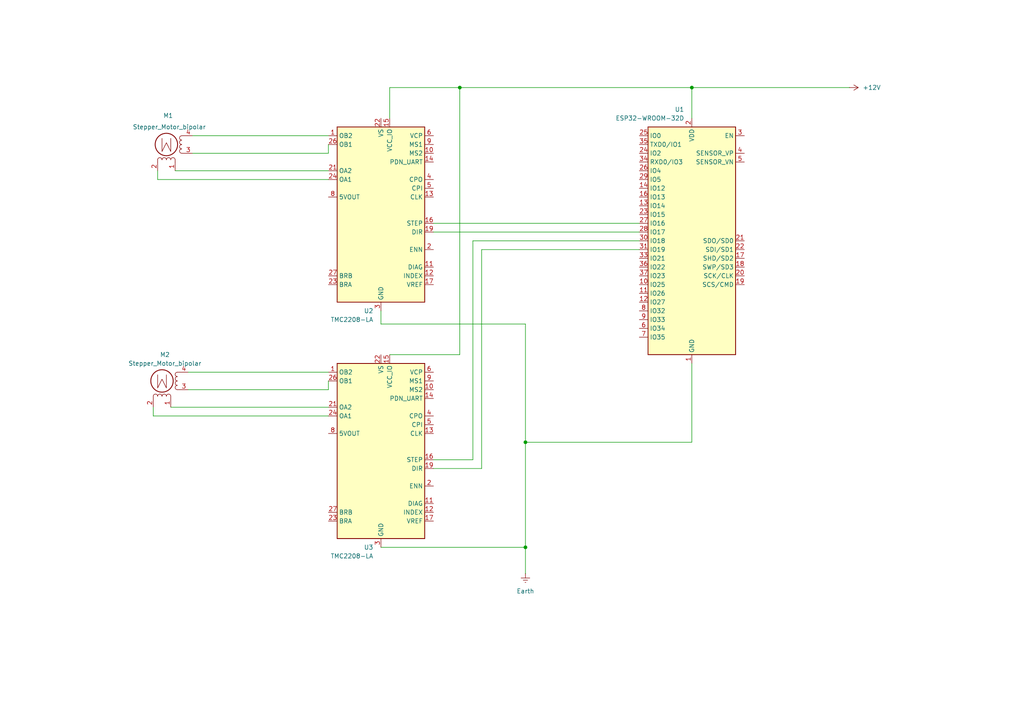
<source format=kicad_sch>
(kicad_sch (version 20231120) (generator "eeschema") (generator_version "8.0")
  (paper "A4")
  (lib_symbols
    (symbol "Driver_Motor:TMC2208-LA"
      (property "Reference" "U" (at -12.7 -26.67 0))
      (property "Value" "TMC2208-LA" (at 7.62 -26.67 0))
      (symbol "TMC2208-LA_1_1"
        (rectangle (start -12.7 25.4) (end 12.7 -25.4) (stroke (width 0.254)) (fill (type background)))
        (pin output line (at 15.24 22.86 180) (length 2.54) (name "OB2") (number "1"))
        (pin input line (at -15.24 17.78 0) (length 2.54) (name "MS2") (number "10"))
        (pin output line (at -15.24 -15.24 0) (length 2.54) (name "DIAG") (number "11"))
        (pin output line (at -15.24 -17.78 0) (length 2.54) (name "INDEX") (number "12"))
        (pin input line (at -15.24 5.08 0) (length 2.54) (name "CLK") (number "13"))
        (pin bidirectional line (at -15.24 15.24 0) (length 2.54) (name "PDN_UART") (number "14"))
        (pin power_in line (at -2.54 27.94 270) (length 2.54) (name "VCC_IO") (number "15"))
        (pin input line (at -15.24 -2.54 0) (length 2.54) (name "STEP") (number "16"))
        (pin input line (at -15.24 -20.32 0) (length 2.54) (name "VREF") (number "17"))
        (pin passive line (at 0 -27.94 90) (length 2.54) hide (name "GND") (number "18"))
        (pin input line (at -15.24 -5.08 0) (length 2.54) (name "DIR") (number "19"))
        (pin input line (at -15.24 -10.16 0) (length 2.54) (name "ENN") (number "2"))
        (pin no_connect line (at 12.7 -2.54 180) (length 2.54) hide (name "NC") (number "20"))
        (pin output line (at 15.24 12.7 180) (length 2.54) (name "OA2") (number "21"))
        (pin power_in line (at 0 27.94 270) (length 2.54) (name "VS") (number "22"))
        (pin passive line (at 15.24 -20.32 180) (length 2.54) (name "BRA") (number "23"))
        (pin output line (at 15.24 10.16 180) (length 2.54) (name "OA1") (number "24"))
        (pin no_connect line (at 12.7 0 180) (length 2.54) hide (name "NC") (number "25"))
        (pin output line (at 15.24 20.32 180) (length 2.54) (name "OB1") (number "26"))
        (pin passive line (at 15.24 -17.78 180) (length 2.54) (name "BRB") (number "27"))
        (pin passive line (at 0 27.94 270) (length 2.54) hide (name "VS") (number "28"))
        (pin power_in line (at 0 -27.94 90) (length 2.54) (name "GND") (number "3"))
        (pin passive line (at -15.24 10.16 0) (length 2.54) (name "CPO") (number "4"))
        (pin passive line (at -15.24 7.62 0) (length 2.54) (name "CPI") (number "5"))
        (pin passive line (at -15.24 22.86 0) (length 2.54) (name "VCP") (number "6"))
        (pin no_connect line (at 12.7 -5.08 180) (length 2.54) hide (name "NC") (number "7"))
        (pin power_out line (at 15.24 5.08 180) (length 2.54) (name "5VOUT") (number "8"))
        (pin input line (at -15.24 20.32 0) (length 2.54) (name "MS1") (number "9"))
      )
    )
    (symbol "Motor:Stepper_Motor_bipolar" (pin_names (offset 0) hide)
      (property "Reference" "M" (at 3.81 2.54 0))
      (property "Value" "Stepper_Motor_bipolar" (at 3.81 1.27 0))
      (symbol "Stepper_Motor_bipolar_0_0"
        (polyline (pts (xy -1.27 -1.778) (xy -1.27 2.032) (xy 0 -0.508) (xy 1.27 2.032) (xy 1.27 -1.778)))
      )
      (symbol "Stepper_Motor_bipolar_0_1"
        (arc (start -4.445 -2.54) (mid -3.8127 -1.905) (end -4.445 -1.27))
        (arc (start -4.445 -1.27) (mid -3.8127 -0.635) (end -4.445 0))
        (arc (start -4.445 0) (mid -3.8127 0.635) (end -4.445 1.27))
        (arc (start -4.445 1.27) (mid -3.8127 1.905) (end -4.445 2.54))
        (arc (start -2.54 4.445) (mid -1.905 3.8127) (end -1.27 4.445))
        (arc (start -1.27 4.445) (mid -0.635 3.8127) (end 0 4.445))
        (polyline (pts (xy -5.08 -2.54) (xy -4.445 -2.54)))
        (polyline (pts (xy -5.08 2.54) (xy -4.445 2.54)))
        (polyline (pts (xy -2.54 5.08) (xy -2.54 4.445)))
        (polyline (pts (xy 2.54 5.08) (xy 2.54 4.445)))
        (circle (center 0 0) (radius 3.2512) (stroke (width 0.254)))
        (arc (start 0 4.445) (mid 0.635 3.8127) (end 1.27 4.445))
        (arc (start 1.27 4.445) (mid 1.905 3.8127) (end 2.54 4.445))
      )
      (symbol "Stepper_Motor_bipolar_1_1"
        (pin passive line (at -2.54 7.62 270) (length 2.54) (name "~") (number "1"))
        (pin passive line (at 2.54 7.62 270) (length 2.54) (name "-") (number "2"))
        (pin passive line (at -7.62 2.54 0) (length 2.54) (name "~") (number "3"))
        (pin passive line (at -7.62 -2.54 0) (length 2.54) (name "~") (number "4"))
      )
    )
    (symbol "RF_Module:ESP32-WROOM-32D"
      (property "Reference" "U" (at -12.7 34.29 0))
      (property "Value" "ESP32-WROOM-32D" (at 1.27 34.29 0))
      (symbol "ESP32-WROOM-32D_0_1"
        (rectangle (start -12.7 33.02) (end 12.7 -33.02) (stroke (width 0.254)) (fill (type background)))
      )
      (symbol "ESP32-WROOM-32D_1_1"
        (pin power_in line (at 0 -35.56 90) (length 2.54) (name "GND") (number "1"))
        (pin bidirectional line (at 15.24 -12.7 180) (length 2.54) (name "IO25") (number "10"))
        (pin bidirectional line (at 15.24 -15.24 180) (length 2.54) (name "IO26") (number "11"))
        (pin bidirectional line (at 15.24 -17.78 180) (length 2.54) (name "IO27") (number "12"))
        (pin bidirectional line (at 15.24 10.16 180) (length 2.54) (name "IO14") (number "13"))
        (pin bidirectional line (at 15.24 15.24 180) (length 2.54) (name "IO12") (number "14"))
        (pin passive line (at 0 -35.56 90) (length 2.54) hide (name "GND") (number "15"))
        (pin bidirectional line (at 15.24 12.7 180) (length 2.54) (name "IO13") (number "16"))
        (pin bidirectional line (at -15.24 -5.08 0) (length 2.54) (name "SHD/SD2") (number "17"))
        (pin bidirectional line (at -15.24 -7.62 0) (length 2.54) (name "SWP/SD3") (number "18"))
        (pin bidirectional line (at -15.24 -12.7 0) (length 2.54) (name "SCS/CMD") (number "19"))
        (pin power_in line (at 0 35.56 270) (length 2.54) (name "VDD") (number "2"))
        (pin bidirectional line (at -15.24 -10.16 0) (length 2.54) (name "SCK/CLK") (number "20"))
        (pin bidirectional line (at -15.24 0 0) (length 2.54) (name "SDO/SD0") (number "21"))
        (pin bidirectional line (at -15.24 -2.54 0) (length 2.54) (name "SDI/SD1") (number "22"))
        (pin bidirectional line (at 15.24 7.62 180) (length 2.54) (name "IO15") (number "23"))
        (pin bidirectional line (at 15.24 25.4 180) (length 2.54) (name "IO2") (number "24"))
        (pin bidirectional line (at 15.24 30.48 180) (length 2.54) (name "IO0") (number "25"))
        (pin bidirectional line (at 15.24 20.32 180) (length 2.54) (name "IO4") (number "26"))
        (pin bidirectional line (at 15.24 5.08 180) (length 2.54) (name "IO16") (number "27"))
        (pin bidirectional line (at 15.24 2.54 180) (length 2.54) (name "IO17") (number "28"))
        (pin bidirectional line (at 15.24 17.78 180) (length 2.54) (name "IO5") (number "29"))
        (pin input line (at -15.24 30.48 0) (length 2.54) (name "EN") (number "3"))
        (pin bidirectional line (at 15.24 0 180) (length 2.54) (name "IO18") (number "30"))
        (pin bidirectional line (at 15.24 -2.54 180) (length 2.54) (name "IO19") (number "31"))
        (pin no_connect line (at -12.7 -27.94 0) (length 2.54) hide (name "NC") (number "32"))
        (pin bidirectional line (at 15.24 -5.08 180) (length 2.54) (name "IO21") (number "33"))
        (pin bidirectional line (at 15.24 22.86 180) (length 2.54) (name "RXD0/IO3") (number "34"))
        (pin bidirectional line (at 15.24 27.94 180) (length 2.54) (name "TXD0/IO1") (number "35"))
        (pin bidirectional line (at 15.24 -7.62 180) (length 2.54) (name "IO22") (number "36"))
        (pin bidirectional line (at 15.24 -10.16 180) (length 2.54) (name "IO23") (number "37"))
        (pin passive line (at 0 -35.56 90) (length 2.54) hide (name "GND") (number "38"))
        (pin passive line (at 0 -35.56 90) (length 2.54) hide (name "GND") (number "39"))
        (pin input line (at -15.24 25.4 0) (length 2.54) (name "SENSOR_VP") (number "4"))
        (pin input line (at -15.24 22.86 0) (length 2.54) (name "SENSOR_VN") (number "5"))
        (pin input line (at 15.24 -25.4 180) (length 2.54) (name "IO34") (number "6"))
        (pin input line (at 15.24 -27.94 180) (length 2.54) (name "IO35") (number "7"))
        (pin bidirectional line (at 15.24 -20.32 180) (length 2.54) (name "IO32") (number "8"))
        (pin bidirectional line (at 15.24 -22.86 180) (length 2.54) (name "IO33") (number "9"))
      )
    )
    (symbol "power:+12V" (power) (pin_numbers hide) (pin_names (offset 0) hide)
      (property "Value" "+12V" (at 0 3.556 0))
      (symbol "+12V_0_1"
        (polyline (pts (xy -0.762 1.27) (xy 0 2.54)))
        (polyline (pts (xy 0 0) (xy 0 2.54)))
        (polyline (pts (xy 0 2.54) (xy 0.762 1.27)))
      )
      (symbol "+12V_1_1"
        (pin power_in line (at 0 0 90) (length 0) (name "~") (number "1"))
      )
    )
    (symbol "power:Earth" (power) (pin_numbers hide) (pin_names (offset 0) hide)
      (property "Value" "Earth" (at 0 -3.81 0))
      (symbol "Earth_0_1"
        (polyline (pts (xy -0.635 -1.905) (xy 0.635 -1.905)))
        (polyline (pts (xy -0.127 -2.54) (xy 0.127 -2.54)))
        (polyline (pts (xy 0 -1.27) (xy 0 0)))
        (polyline (pts (xy 1.27 -1.27) (xy -1.27 -1.27)))
      )
      (symbol "Earth_1_1"
        (pin power_in line (at 0 0 270) (length 0) (name "~") (number "1"))
      )
    )
  )
  (junction (at 200.66 25.4))
  (junction (at 152.4 128.27))
  (junction (at 133.35 25.4))
  (junction (at 152.4 158.75))
  (wire (pts (xy 200.66 105.41) (xy 200.66 128.27)))
  (wire (pts (xy 133.35 25.4) (xy 113.03 25.4)))
  (wire (pts (xy 55.88 44.45) (xy 95.25 44.45)))
  (wire (pts (xy 125.73 135.89) (xy 139.7 135.89)))
  (wire (pts (xy 133.35 25.4) (xy 133.35 102.87)))
  (wire (pts (xy 95.25 44.45) (xy 95.25 41.91)))
  (wire (pts (xy 137.16 69.85) (xy 185.42 69.85)))
  (wire (pts (xy 113.03 25.4) (xy 113.03 34.29)))
  (wire (pts (xy 152.4 93.98) (xy 110.49 93.98)))
  (wire (pts (xy 44.45 120.65) (xy 44.45 118.11)))
  (wire (pts (xy 133.35 102.87) (xy 113.03 102.87)))
  (wire (pts (xy 95.25 39.37) (xy 55.88 39.37)))
  (wire (pts (xy 45.72 52.07) (xy 45.72 49.53)))
  (wire (pts (xy 200.66 25.4) (xy 133.35 25.4)))
  (wire (pts (xy 49.53 118.11) (xy 95.25 118.11)))
  (wire (pts (xy 137.16 133.35) (xy 137.16 69.85)))
  (wire (pts (xy 125.73 133.35) (xy 137.16 133.35)))
  (wire (pts (xy 110.49 93.98) (xy 110.49 90.17)))
  (wire (pts (xy 152.4 93.98) (xy 152.4 128.27)))
  (wire (pts (xy 139.7 72.39) (xy 139.7 135.89)))
  (wire (pts (xy 95.25 120.65) (xy 44.45 120.65)))
  (wire (pts (xy 54.61 113.03) (xy 95.25 113.03)))
  (wire (pts (xy 152.4 158.75) (xy 152.4 166.37)))
  (wire (pts (xy 246.38 25.4) (xy 200.66 25.4)))
  (wire (pts (xy 95.25 113.03) (xy 95.25 110.49)))
  (wire (pts (xy 95.25 49.53) (xy 50.8 49.53)))
  (wire (pts (xy 200.66 25.4) (xy 200.66 34.29)))
  (wire (pts (xy 185.42 72.39) (xy 139.7 72.39)))
  (wire (pts (xy 152.4 128.27) (xy 200.66 128.27)))
  (wire (pts (xy 125.73 64.77) (xy 185.42 64.77)))
  (wire (pts (xy 125.73 67.31) (xy 185.42 67.31)))
  (wire (pts (xy 110.49 158.75) (xy 152.4 158.75)))
  (wire (pts (xy 95.25 52.07) (xy 45.72 52.07)))
  (wire (pts (xy 54.61 107.95) (xy 95.25 107.95)))
  (wire (pts (xy 152.4 128.27) (xy 152.4 158.75)))
  (symbol (lib_id "Driver_Motor:TMC2208-LA") (at 110.49 62.23 0) (mirror y) (unit 1)
    (property "Reference" "U2" (at 108.2959 90.17 0) (effects (justify left)))
    (property "Value" "TMC2208-LA" (at 108.2959 92.71 0) (effects (justify left)))
    (property "Footprint" "Package_DFN_QFN:TQFN-32-1EP_5x5mm_P0.5mm_EP3.4x3.4mm_ThermalVias" (effects (hide yes)))
    (property "Datasheet" "https://www.analog.com/media/en/technical-documentation/data-sheets/TMC2202_TMC2208_TMC2224_datasheet_rev1.13.pdf" (effects (hide yes)))
    (property "Description" "Standalone driver for two-phase bipolar stepper motor, 2A, 4.75… 36V, UART, internal FETs, QFN28" (effects (hide yes)))
  )
  (symbol (lib_id "Driver_Motor:TMC2208-LA") (at 110.49 130.81 0) (mirror y) (unit 1)
    (property "Reference" "U3" (at 108.2959 158.75 0) (effects (justify left)))
    (property "Value" "TMC2208-LA" (at 108.2959 161.29 0) (effects (justify left)))
    (property "Footprint" "Package_DFN_QFN:TQFN-32-1EP_5x5mm_P0.5mm_EP3.4x3.4mm_ThermalVias" (effects (hide yes)))
    (property "Datasheet" "https://www.analog.com/media/en/technical-documentation/data-sheets/TMC2202_TMC2208_TMC2224_datasheet_rev1.13.pdf" (effects (hide yes)))
    (property "Description" "Standalone driver for two-phase bipolar stepper motor, 2A, 4.75… 36V, UART, internal FETs, QFN28" (effects (hide yes)))
  )
  (symbol (lib_id "Motor:Stepper_Motor_bipolar") (at 48.26 41.91 180) (unit 1)
    (property "Reference" "M1" (at 48.768 33.528 0))
    (property "Value" "Stepper_Motor_bipolar" (at 49.1109 36.83 0))
    (property "Datasheet" "http://www.infineon.com/dgdl/Application-Note-TLE8110EE_driving_UniPolarStepperMotor_V1.1.pdf?fileId=db3a30431be39b97011be5d0aa0a00b0" (effects (hide yes)))
    (property "Description" "4-wire bipolar stepper motor" (effects (hide yes)))
  )
  (symbol (lib_id "Motor:Stepper_Motor_bipolar") (at 46.99 110.49 180) (unit 1)
    (property "Reference" "M2" (at 47.8409 102.87 0))
    (property "Value" "Stepper_Motor_bipolar" (at 47.8409 105.41 0))
    (property "Datasheet" "http://www.infineon.com/dgdl/Application-Note-TLE8110EE_driving_UniPolarStepperMotor_V1.1.pdf?fileId=db3a30431be39b97011be5d0aa0a00b0" (effects (hide yes)))
    (property "Description" "4-wire bipolar stepper motor" (effects (hide yes)))
  )
  (symbol (lib_id "power:+12V") (at 246.38 25.4 270) (unit 1)
    (property "Reference" "#PWR01" (effects (hide yes)))
    (property "Value" "+12V" (at 250.19 25.3999 90) (effects (justify left)))
    (property "Description" "Power symbol creates a global label with name \"+12V\"" (effects (hide yes)))
  )
  (symbol (lib_id "RF_Module:ESP32-WROOM-32D") (at 200.66 69.85 0) (mirror y) (unit 1)
    (property "Reference" "U1" (at 198.4659 31.75 0) (effects (justify left)))
    (property "Value" "ESP32-WROOM-32D" (at 198.4659 34.29 0) (effects (justify left)))
    (property "Footprint" "RF_Module:ESP32-WROOM-32D" (effects (hide yes)))
    (property "Datasheet" "https://www.espressif.com/sites/default/files/documentation/esp32-wroom-32d_esp32-wroom-32u_datasheet_en.pdf" (effects (hide yes)))
    (property "Description" "RF Module, ESP32-D0WD SoC, Wi-Fi 802.11b/g/n, Bluetooth, BLE, 32-bit, 2.7-3.6V, onboard antenna, SMD" (effects (hide yes)))
  )
  (symbol (lib_id "power:Earth") (at 152.4 166.37 0) (unit 1)
    (property "Reference" "#PWR02" (effects (hide yes)))
    (property "Value" "Earth" (at 152.4 171.45 0))
    (property "Description" "Power symbol creates a global label with name \"Earth\"" (effects (hide yes)))
  )
)
</source>
